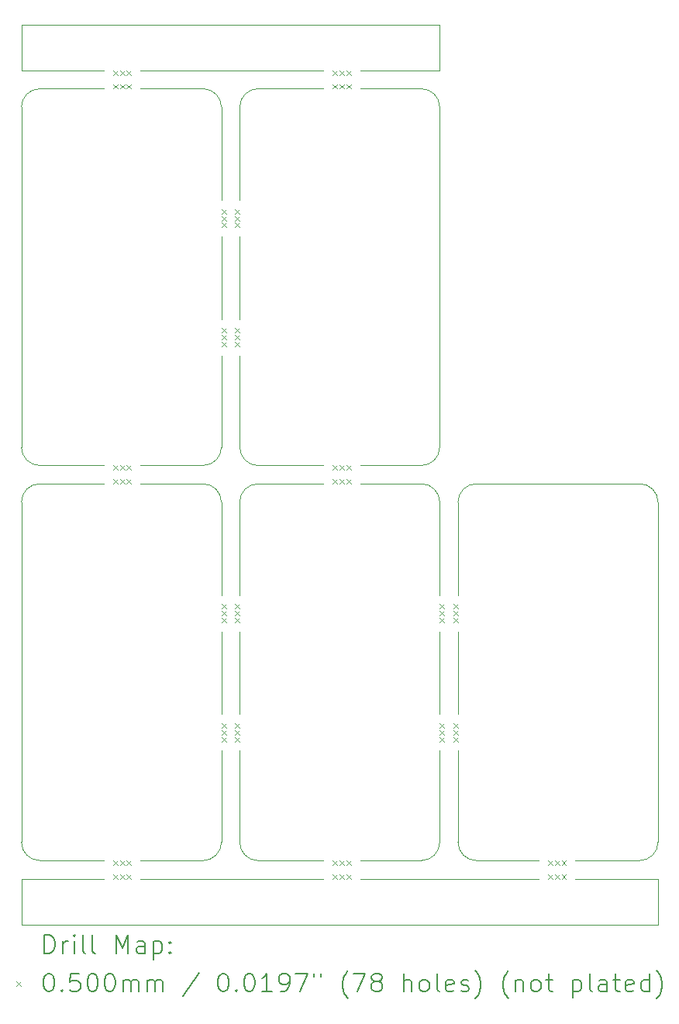
<source format=gbr>
%TF.GenerationSoftware,KiCad,Pcbnew,(6.0.8)*%
%TF.CreationDate,2023-03-28T10:40:52+02:00*%
%TF.ProjectId,Floppy Board v3.0,466c6f70-7079-4204-926f-617264207633,3.0*%
%TF.SameCoordinates,Original*%
%TF.FileFunction,Drillmap*%
%TF.FilePolarity,Positive*%
%FSLAX45Y45*%
G04 Gerber Fmt 4.5, Leading zero omitted, Abs format (unit mm)*
G04 Created by KiCad (PCBNEW (6.0.8)) date 2023-03-28 10:40:52*
%MOMM*%
%LPD*%
G01*
G04 APERTURE LIST*
%ADD10C,0.050000*%
%ADD11C,0.100000*%
%ADD12C,0.200000*%
G04 APERTURE END LIST*
D10*
X16104216Y-9600500D02*
X17888616Y-9600500D01*
X13519816Y-12515300D02*
X13519816Y-13515300D01*
X13319816Y-12515300D02*
X13319816Y-13515300D01*
X13519816Y-11215300D02*
X13519816Y-12115300D01*
X13319816Y-11215300D02*
X13319816Y-12115300D01*
X12035416Y-9600500D02*
X11335416Y-9600500D01*
X12035416Y-9400500D02*
X11335416Y-9400500D01*
X12435416Y-9400500D02*
X13119816Y-9400500D01*
X12435416Y-9600500D02*
X13119816Y-9600500D01*
X13319816Y-10815300D02*
X13319816Y-9800500D01*
X13519816Y-10815300D02*
X13519816Y-9800500D01*
X17185416Y-13915300D02*
X18088616Y-13915300D01*
X17185416Y-13715300D02*
X17888616Y-13715300D01*
X16785416Y-13715300D02*
X16104216Y-13715300D01*
X14435416Y-13715300D02*
X13719816Y-13715300D01*
X12435416Y-13715300D02*
X13119816Y-13715300D01*
X12035416Y-13715300D02*
X11335416Y-13715300D01*
X12035416Y-13915300D02*
X11135416Y-13915300D01*
X14435416Y-13915300D02*
X12435416Y-13915300D01*
X14835416Y-13915300D02*
X16785416Y-13915300D01*
X14835416Y-13715300D02*
X15504216Y-13715300D01*
X15904216Y-12515300D02*
X15904216Y-13515300D01*
X15704216Y-12515300D02*
X15704216Y-13515300D01*
X15704216Y-12115300D02*
X15704216Y-11215300D01*
X15904216Y-11215300D02*
X15904216Y-12115300D01*
X15904216Y-10815300D02*
X15904216Y-9800500D01*
X15704216Y-10815300D02*
X15704216Y-9800500D01*
X14835416Y-9400500D02*
X15504216Y-9400500D01*
X14835416Y-9600500D02*
X15504216Y-9600500D01*
X14435416Y-9600500D02*
X13719816Y-9600500D01*
X14435416Y-9400500D02*
X13719816Y-9400500D01*
X13519816Y-8200500D02*
X13519816Y-9200500D01*
X13319816Y-8200500D02*
X13319816Y-9200500D01*
X13319816Y-7800500D02*
X13319816Y-6900500D01*
X13519816Y-6900500D02*
X13519816Y-7800500D01*
X13519816Y-6500500D02*
X13519816Y-5485700D01*
X13319816Y-6500500D02*
X13319816Y-5485700D01*
X12035416Y-5285700D02*
X11335416Y-5285700D01*
X12435416Y-5285700D02*
X13119816Y-5285700D01*
X14435416Y-5285700D02*
X13719816Y-5285700D01*
X15504216Y-5285700D02*
X14835416Y-5285700D01*
X14835416Y-5085700D02*
X15704216Y-5085700D01*
X12435416Y-5085700D02*
X14435416Y-5085700D01*
X11135416Y-5085700D02*
X12035416Y-5085700D01*
X18088616Y-14415300D02*
X18088616Y-13915300D01*
X11135416Y-14415300D02*
X18088616Y-14415300D01*
X11135416Y-13915300D02*
X11135416Y-14415300D01*
X15704216Y-5085700D02*
X15704216Y-4585700D01*
X11135416Y-4585700D02*
X11135416Y-5085700D01*
X15704216Y-4585700D02*
X11135416Y-4585700D01*
D11*
X18088616Y-9800500D02*
X18088616Y-13515300D01*
X18088616Y-9800500D02*
G75*
G03*
X17888616Y-9600500I-200000J0D01*
G01*
X16104216Y-9600500D02*
G75*
G03*
X15904216Y-9800500I0J-200000D01*
G01*
X15904216Y-13515300D02*
G75*
G03*
X16104216Y-13715300I200000J0D01*
G01*
X17888616Y-13715300D02*
G75*
G03*
X18088616Y-13515300I0J200000D01*
G01*
X15704216Y-9800500D02*
G75*
G03*
X15504216Y-9600500I-200000J0D01*
G01*
X13719816Y-9600500D02*
G75*
G03*
X13519816Y-9800500I0J-200000D01*
G01*
X13519816Y-13515300D02*
G75*
G03*
X13719816Y-13715300I200000J0D01*
G01*
X15504216Y-13715300D02*
G75*
G03*
X15704216Y-13515300I0J200000D01*
G01*
X13319816Y-9800500D02*
G75*
G03*
X13119816Y-9600500I-200000J0D01*
G01*
X11135416Y-13515300D02*
X11135416Y-9800500D01*
X11335416Y-9600500D02*
G75*
G03*
X11135416Y-9800500I0J-200000D01*
G01*
X11135416Y-13515300D02*
G75*
G03*
X11335416Y-13715300I200000J0D01*
G01*
X13119816Y-13715300D02*
G75*
G03*
X13319816Y-13515300I0J200000D01*
G01*
X15704216Y-5485700D02*
X15704216Y-9200500D01*
X15704216Y-5485700D02*
G75*
G03*
X15504216Y-5285700I-200000J0D01*
G01*
X13719816Y-5285700D02*
G75*
G03*
X13519816Y-5485700I0J-200000D01*
G01*
X13519816Y-9200500D02*
G75*
G03*
X13719816Y-9400500I200000J0D01*
G01*
X15504216Y-9400500D02*
G75*
G03*
X15704216Y-9200500I0J200000D01*
G01*
X11135416Y-9200500D02*
X11135416Y-5485700D01*
X13119816Y-9400500D02*
G75*
G03*
X13319816Y-9200500I0J200000D01*
G01*
X11135416Y-9200500D02*
G75*
G03*
X11335416Y-9400500I200000J0D01*
G01*
X11335416Y-5285700D02*
G75*
G03*
X11135416Y-5485700I0J-200000D01*
G01*
X13319816Y-5485700D02*
G75*
G03*
X13119816Y-5285700I-200000J0D01*
G01*
D12*
D10*
X12135416Y-5085700D02*
X12185416Y-5135700D01*
X12185416Y-5085700D02*
X12135416Y-5135700D01*
X12135416Y-5235700D02*
X12185416Y-5285700D01*
X12185416Y-5235700D02*
X12135416Y-5285700D01*
X12135416Y-9400500D02*
X12185416Y-9450500D01*
X12185416Y-9400500D02*
X12135416Y-9450500D01*
X12135416Y-9550500D02*
X12185416Y-9600500D01*
X12185416Y-9550500D02*
X12135416Y-9600500D01*
X12135416Y-13715300D02*
X12185416Y-13765300D01*
X12185416Y-13715300D02*
X12135416Y-13765300D01*
X12135416Y-13865300D02*
X12185416Y-13915300D01*
X12185416Y-13865300D02*
X12135416Y-13915300D01*
X12210416Y-5085700D02*
X12260416Y-5135700D01*
X12260416Y-5085700D02*
X12210416Y-5135700D01*
X12210416Y-5235700D02*
X12260416Y-5285700D01*
X12260416Y-5235700D02*
X12210416Y-5285700D01*
X12210416Y-9400500D02*
X12260416Y-9450500D01*
X12260416Y-9400500D02*
X12210416Y-9450500D01*
X12210416Y-9550500D02*
X12260416Y-9600500D01*
X12260416Y-9550500D02*
X12210416Y-9600500D01*
X12210416Y-13715300D02*
X12260416Y-13765300D01*
X12260416Y-13715300D02*
X12210416Y-13765300D01*
X12210416Y-13865300D02*
X12260416Y-13915300D01*
X12260416Y-13865300D02*
X12210416Y-13915300D01*
X12285416Y-5085700D02*
X12335416Y-5135700D01*
X12335416Y-5085700D02*
X12285416Y-5135700D01*
X12285416Y-5235700D02*
X12335416Y-5285700D01*
X12335416Y-5235700D02*
X12285416Y-5285700D01*
X12285416Y-9400500D02*
X12335416Y-9450500D01*
X12335416Y-9400500D02*
X12285416Y-9450500D01*
X12285416Y-9550500D02*
X12335416Y-9600500D01*
X12335416Y-9550500D02*
X12285416Y-9600500D01*
X12285416Y-13715300D02*
X12335416Y-13765300D01*
X12335416Y-13715300D02*
X12285416Y-13765300D01*
X12285416Y-13865300D02*
X12335416Y-13915300D01*
X12335416Y-13865300D02*
X12285416Y-13915300D01*
X13319816Y-6600500D02*
X13369816Y-6650500D01*
X13369816Y-6600500D02*
X13319816Y-6650500D01*
X13319816Y-6675500D02*
X13369816Y-6725500D01*
X13369816Y-6675500D02*
X13319816Y-6725500D01*
X13319816Y-6750500D02*
X13369816Y-6800500D01*
X13369816Y-6750500D02*
X13319816Y-6800500D01*
X13319816Y-7900500D02*
X13369816Y-7950500D01*
X13369816Y-7900500D02*
X13319816Y-7950500D01*
X13319816Y-7975500D02*
X13369816Y-8025500D01*
X13369816Y-7975500D02*
X13319816Y-8025500D01*
X13319816Y-8050500D02*
X13369816Y-8100500D01*
X13369816Y-8050500D02*
X13319816Y-8100500D01*
X13319816Y-10915300D02*
X13369816Y-10965300D01*
X13369816Y-10915300D02*
X13319816Y-10965300D01*
X13319816Y-10990300D02*
X13369816Y-11040300D01*
X13369816Y-10990300D02*
X13319816Y-11040300D01*
X13319816Y-11065300D02*
X13369816Y-11115300D01*
X13369816Y-11065300D02*
X13319816Y-11115300D01*
X13319816Y-12215300D02*
X13369816Y-12265300D01*
X13369816Y-12215300D02*
X13319816Y-12265300D01*
X13319816Y-12290300D02*
X13369816Y-12340300D01*
X13369816Y-12290300D02*
X13319816Y-12340300D01*
X13319816Y-12365300D02*
X13369816Y-12415300D01*
X13369816Y-12365300D02*
X13319816Y-12415300D01*
X13469816Y-6600500D02*
X13519816Y-6650500D01*
X13519816Y-6600500D02*
X13469816Y-6650500D01*
X13469816Y-6675500D02*
X13519816Y-6725500D01*
X13519816Y-6675500D02*
X13469816Y-6725500D01*
X13469816Y-6750500D02*
X13519816Y-6800500D01*
X13519816Y-6750500D02*
X13469816Y-6800500D01*
X13469816Y-7900500D02*
X13519816Y-7950500D01*
X13519816Y-7900500D02*
X13469816Y-7950500D01*
X13469816Y-7975500D02*
X13519816Y-8025500D01*
X13519816Y-7975500D02*
X13469816Y-8025500D01*
X13469816Y-8050500D02*
X13519816Y-8100500D01*
X13519816Y-8050500D02*
X13469816Y-8100500D01*
X13469816Y-10915300D02*
X13519816Y-10965300D01*
X13519816Y-10915300D02*
X13469816Y-10965300D01*
X13469816Y-10990300D02*
X13519816Y-11040300D01*
X13519816Y-10990300D02*
X13469816Y-11040300D01*
X13469816Y-11065300D02*
X13519816Y-11115300D01*
X13519816Y-11065300D02*
X13469816Y-11115300D01*
X13469816Y-12215300D02*
X13519816Y-12265300D01*
X13519816Y-12215300D02*
X13469816Y-12265300D01*
X13469816Y-12290300D02*
X13519816Y-12340300D01*
X13519816Y-12290300D02*
X13469816Y-12340300D01*
X13469816Y-12365300D02*
X13519816Y-12415300D01*
X13519816Y-12365300D02*
X13469816Y-12415300D01*
X14535416Y-5085700D02*
X14585416Y-5135700D01*
X14585416Y-5085700D02*
X14535416Y-5135700D01*
X14535416Y-5235700D02*
X14585416Y-5285700D01*
X14585416Y-5235700D02*
X14535416Y-5285700D01*
X14535416Y-9400500D02*
X14585416Y-9450500D01*
X14585416Y-9400500D02*
X14535416Y-9450500D01*
X14535416Y-9550500D02*
X14585416Y-9600500D01*
X14585416Y-9550500D02*
X14535416Y-9600500D01*
X14535416Y-13715300D02*
X14585416Y-13765300D01*
X14585416Y-13715300D02*
X14535416Y-13765300D01*
X14535416Y-13865300D02*
X14585416Y-13915300D01*
X14585416Y-13865300D02*
X14535416Y-13915300D01*
X14610416Y-5085700D02*
X14660416Y-5135700D01*
X14660416Y-5085700D02*
X14610416Y-5135700D01*
X14610416Y-5235700D02*
X14660416Y-5285700D01*
X14660416Y-5235700D02*
X14610416Y-5285700D01*
X14610416Y-9400500D02*
X14660416Y-9450500D01*
X14660416Y-9400500D02*
X14610416Y-9450500D01*
X14610416Y-9550500D02*
X14660416Y-9600500D01*
X14660416Y-9550500D02*
X14610416Y-9600500D01*
X14610416Y-13715300D02*
X14660416Y-13765300D01*
X14660416Y-13715300D02*
X14610416Y-13765300D01*
X14610416Y-13865300D02*
X14660416Y-13915300D01*
X14660416Y-13865300D02*
X14610416Y-13915300D01*
X14685416Y-5085700D02*
X14735416Y-5135700D01*
X14735416Y-5085700D02*
X14685416Y-5135700D01*
X14685416Y-5235700D02*
X14735416Y-5285700D01*
X14735416Y-5235700D02*
X14685416Y-5285700D01*
X14685416Y-9400500D02*
X14735416Y-9450500D01*
X14735416Y-9400500D02*
X14685416Y-9450500D01*
X14685416Y-9550500D02*
X14735416Y-9600500D01*
X14735416Y-9550500D02*
X14685416Y-9600500D01*
X14685416Y-13715300D02*
X14735416Y-13765300D01*
X14735416Y-13715300D02*
X14685416Y-13765300D01*
X14685416Y-13865300D02*
X14735416Y-13915300D01*
X14735416Y-13865300D02*
X14685416Y-13915300D01*
X15704216Y-10915300D02*
X15754216Y-10965300D01*
X15754216Y-10915300D02*
X15704216Y-10965300D01*
X15704216Y-10990300D02*
X15754216Y-11040300D01*
X15754216Y-10990300D02*
X15704216Y-11040300D01*
X15704216Y-11065300D02*
X15754216Y-11115300D01*
X15754216Y-11065300D02*
X15704216Y-11115300D01*
X15704216Y-12215300D02*
X15754216Y-12265300D01*
X15754216Y-12215300D02*
X15704216Y-12265300D01*
X15704216Y-12290300D02*
X15754216Y-12340300D01*
X15754216Y-12290300D02*
X15704216Y-12340300D01*
X15704216Y-12365300D02*
X15754216Y-12415300D01*
X15754216Y-12365300D02*
X15704216Y-12415300D01*
X15854216Y-10915300D02*
X15904216Y-10965300D01*
X15904216Y-10915300D02*
X15854216Y-10965300D01*
X15854216Y-10990300D02*
X15904216Y-11040300D01*
X15904216Y-10990300D02*
X15854216Y-11040300D01*
X15854216Y-11065300D02*
X15904216Y-11115300D01*
X15904216Y-11065300D02*
X15854216Y-11115300D01*
X15854216Y-12215300D02*
X15904216Y-12265300D01*
X15904216Y-12215300D02*
X15854216Y-12265300D01*
X15854216Y-12290300D02*
X15904216Y-12340300D01*
X15904216Y-12290300D02*
X15854216Y-12340300D01*
X15854216Y-12365300D02*
X15904216Y-12415300D01*
X15904216Y-12365300D02*
X15854216Y-12415300D01*
X16885416Y-13715300D02*
X16935416Y-13765300D01*
X16935416Y-13715300D02*
X16885416Y-13765300D01*
X16885416Y-13865300D02*
X16935416Y-13915300D01*
X16935416Y-13865300D02*
X16885416Y-13915300D01*
X16960416Y-13715300D02*
X17010416Y-13765300D01*
X17010416Y-13715300D02*
X16960416Y-13765300D01*
X16960416Y-13865300D02*
X17010416Y-13915300D01*
X17010416Y-13865300D02*
X16960416Y-13915300D01*
X17035416Y-13715300D02*
X17085416Y-13765300D01*
X17085416Y-13715300D02*
X17035416Y-13765300D01*
X17035416Y-13865300D02*
X17085416Y-13915300D01*
X17085416Y-13865300D02*
X17035416Y-13915300D01*
D12*
X11388035Y-14728276D02*
X11388035Y-14528276D01*
X11435654Y-14528276D01*
X11464225Y-14537800D01*
X11483273Y-14556848D01*
X11492797Y-14575895D01*
X11502321Y-14613990D01*
X11502321Y-14642562D01*
X11492797Y-14680657D01*
X11483273Y-14699705D01*
X11464225Y-14718752D01*
X11435654Y-14728276D01*
X11388035Y-14728276D01*
X11588035Y-14728276D02*
X11588035Y-14594943D01*
X11588035Y-14633038D02*
X11597559Y-14613990D01*
X11607082Y-14604467D01*
X11626130Y-14594943D01*
X11645178Y-14594943D01*
X11711844Y-14728276D02*
X11711844Y-14594943D01*
X11711844Y-14528276D02*
X11702321Y-14537800D01*
X11711844Y-14547324D01*
X11721368Y-14537800D01*
X11711844Y-14528276D01*
X11711844Y-14547324D01*
X11835654Y-14728276D02*
X11816606Y-14718752D01*
X11807082Y-14699705D01*
X11807082Y-14528276D01*
X11940416Y-14728276D02*
X11921368Y-14718752D01*
X11911844Y-14699705D01*
X11911844Y-14528276D01*
X12168987Y-14728276D02*
X12168987Y-14528276D01*
X12235654Y-14671133D01*
X12302321Y-14528276D01*
X12302321Y-14728276D01*
X12483273Y-14728276D02*
X12483273Y-14623514D01*
X12473749Y-14604467D01*
X12454702Y-14594943D01*
X12416606Y-14594943D01*
X12397559Y-14604467D01*
X12483273Y-14718752D02*
X12464225Y-14728276D01*
X12416606Y-14728276D01*
X12397559Y-14718752D01*
X12388035Y-14699705D01*
X12388035Y-14680657D01*
X12397559Y-14661609D01*
X12416606Y-14652086D01*
X12464225Y-14652086D01*
X12483273Y-14642562D01*
X12578511Y-14594943D02*
X12578511Y-14794943D01*
X12578511Y-14604467D02*
X12597559Y-14594943D01*
X12635654Y-14594943D01*
X12654702Y-14604467D01*
X12664225Y-14613990D01*
X12673749Y-14633038D01*
X12673749Y-14690181D01*
X12664225Y-14709228D01*
X12654702Y-14718752D01*
X12635654Y-14728276D01*
X12597559Y-14728276D01*
X12578511Y-14718752D01*
X12759463Y-14709228D02*
X12768987Y-14718752D01*
X12759463Y-14728276D01*
X12749940Y-14718752D01*
X12759463Y-14709228D01*
X12759463Y-14728276D01*
X12759463Y-14604467D02*
X12768987Y-14613990D01*
X12759463Y-14623514D01*
X12749940Y-14613990D01*
X12759463Y-14604467D01*
X12759463Y-14623514D01*
D10*
X11080416Y-15032800D02*
X11130416Y-15082800D01*
X11130416Y-15032800D02*
X11080416Y-15082800D01*
D12*
X11426130Y-14948276D02*
X11445178Y-14948276D01*
X11464225Y-14957800D01*
X11473749Y-14967324D01*
X11483273Y-14986371D01*
X11492797Y-15024467D01*
X11492797Y-15072086D01*
X11483273Y-15110181D01*
X11473749Y-15129228D01*
X11464225Y-15138752D01*
X11445178Y-15148276D01*
X11426130Y-15148276D01*
X11407082Y-15138752D01*
X11397559Y-15129228D01*
X11388035Y-15110181D01*
X11378511Y-15072086D01*
X11378511Y-15024467D01*
X11388035Y-14986371D01*
X11397559Y-14967324D01*
X11407082Y-14957800D01*
X11426130Y-14948276D01*
X11578511Y-15129228D02*
X11588035Y-15138752D01*
X11578511Y-15148276D01*
X11568987Y-15138752D01*
X11578511Y-15129228D01*
X11578511Y-15148276D01*
X11768987Y-14948276D02*
X11673749Y-14948276D01*
X11664225Y-15043514D01*
X11673749Y-15033990D01*
X11692797Y-15024467D01*
X11740416Y-15024467D01*
X11759463Y-15033990D01*
X11768987Y-15043514D01*
X11778511Y-15062562D01*
X11778511Y-15110181D01*
X11768987Y-15129228D01*
X11759463Y-15138752D01*
X11740416Y-15148276D01*
X11692797Y-15148276D01*
X11673749Y-15138752D01*
X11664225Y-15129228D01*
X11902321Y-14948276D02*
X11921368Y-14948276D01*
X11940416Y-14957800D01*
X11949940Y-14967324D01*
X11959463Y-14986371D01*
X11968987Y-15024467D01*
X11968987Y-15072086D01*
X11959463Y-15110181D01*
X11949940Y-15129228D01*
X11940416Y-15138752D01*
X11921368Y-15148276D01*
X11902321Y-15148276D01*
X11883273Y-15138752D01*
X11873749Y-15129228D01*
X11864225Y-15110181D01*
X11854702Y-15072086D01*
X11854702Y-15024467D01*
X11864225Y-14986371D01*
X11873749Y-14967324D01*
X11883273Y-14957800D01*
X11902321Y-14948276D01*
X12092797Y-14948276D02*
X12111844Y-14948276D01*
X12130892Y-14957800D01*
X12140416Y-14967324D01*
X12149940Y-14986371D01*
X12159463Y-15024467D01*
X12159463Y-15072086D01*
X12149940Y-15110181D01*
X12140416Y-15129228D01*
X12130892Y-15138752D01*
X12111844Y-15148276D01*
X12092797Y-15148276D01*
X12073749Y-15138752D01*
X12064225Y-15129228D01*
X12054702Y-15110181D01*
X12045178Y-15072086D01*
X12045178Y-15024467D01*
X12054702Y-14986371D01*
X12064225Y-14967324D01*
X12073749Y-14957800D01*
X12092797Y-14948276D01*
X12245178Y-15148276D02*
X12245178Y-15014943D01*
X12245178Y-15033990D02*
X12254702Y-15024467D01*
X12273749Y-15014943D01*
X12302321Y-15014943D01*
X12321368Y-15024467D01*
X12330892Y-15043514D01*
X12330892Y-15148276D01*
X12330892Y-15043514D02*
X12340416Y-15024467D01*
X12359463Y-15014943D01*
X12388035Y-15014943D01*
X12407082Y-15024467D01*
X12416606Y-15043514D01*
X12416606Y-15148276D01*
X12511844Y-15148276D02*
X12511844Y-15014943D01*
X12511844Y-15033990D02*
X12521368Y-15024467D01*
X12540416Y-15014943D01*
X12568987Y-15014943D01*
X12588035Y-15024467D01*
X12597559Y-15043514D01*
X12597559Y-15148276D01*
X12597559Y-15043514D02*
X12607082Y-15024467D01*
X12626130Y-15014943D01*
X12654702Y-15014943D01*
X12673749Y-15024467D01*
X12683273Y-15043514D01*
X12683273Y-15148276D01*
X13073749Y-14938752D02*
X12902321Y-15195895D01*
X13330892Y-14948276D02*
X13349940Y-14948276D01*
X13368987Y-14957800D01*
X13378511Y-14967324D01*
X13388035Y-14986371D01*
X13397559Y-15024467D01*
X13397559Y-15072086D01*
X13388035Y-15110181D01*
X13378511Y-15129228D01*
X13368987Y-15138752D01*
X13349940Y-15148276D01*
X13330892Y-15148276D01*
X13311844Y-15138752D01*
X13302321Y-15129228D01*
X13292797Y-15110181D01*
X13283273Y-15072086D01*
X13283273Y-15024467D01*
X13292797Y-14986371D01*
X13302321Y-14967324D01*
X13311844Y-14957800D01*
X13330892Y-14948276D01*
X13483273Y-15129228D02*
X13492797Y-15138752D01*
X13483273Y-15148276D01*
X13473749Y-15138752D01*
X13483273Y-15129228D01*
X13483273Y-15148276D01*
X13616606Y-14948276D02*
X13635654Y-14948276D01*
X13654702Y-14957800D01*
X13664225Y-14967324D01*
X13673749Y-14986371D01*
X13683273Y-15024467D01*
X13683273Y-15072086D01*
X13673749Y-15110181D01*
X13664225Y-15129228D01*
X13654702Y-15138752D01*
X13635654Y-15148276D01*
X13616606Y-15148276D01*
X13597559Y-15138752D01*
X13588035Y-15129228D01*
X13578511Y-15110181D01*
X13568987Y-15072086D01*
X13568987Y-15024467D01*
X13578511Y-14986371D01*
X13588035Y-14967324D01*
X13597559Y-14957800D01*
X13616606Y-14948276D01*
X13873749Y-15148276D02*
X13759463Y-15148276D01*
X13816606Y-15148276D02*
X13816606Y-14948276D01*
X13797559Y-14976848D01*
X13778511Y-14995895D01*
X13759463Y-15005419D01*
X13968987Y-15148276D02*
X14007082Y-15148276D01*
X14026130Y-15138752D01*
X14035654Y-15129228D01*
X14054702Y-15100657D01*
X14064225Y-15062562D01*
X14064225Y-14986371D01*
X14054702Y-14967324D01*
X14045178Y-14957800D01*
X14026130Y-14948276D01*
X13988035Y-14948276D01*
X13968987Y-14957800D01*
X13959463Y-14967324D01*
X13949940Y-14986371D01*
X13949940Y-15033990D01*
X13959463Y-15053038D01*
X13968987Y-15062562D01*
X13988035Y-15072086D01*
X14026130Y-15072086D01*
X14045178Y-15062562D01*
X14054702Y-15053038D01*
X14064225Y-15033990D01*
X14130892Y-14948276D02*
X14264225Y-14948276D01*
X14178511Y-15148276D01*
X14330892Y-14948276D02*
X14330892Y-14986371D01*
X14407082Y-14948276D02*
X14407082Y-14986371D01*
X14702321Y-15224467D02*
X14692797Y-15214943D01*
X14673749Y-15186371D01*
X14664225Y-15167324D01*
X14654702Y-15138752D01*
X14645178Y-15091133D01*
X14645178Y-15053038D01*
X14654702Y-15005419D01*
X14664225Y-14976848D01*
X14673749Y-14957800D01*
X14692797Y-14929228D01*
X14702321Y-14919705D01*
X14759463Y-14948276D02*
X14892797Y-14948276D01*
X14807082Y-15148276D01*
X14997559Y-15033990D02*
X14978511Y-15024467D01*
X14968987Y-15014943D01*
X14959463Y-14995895D01*
X14959463Y-14986371D01*
X14968987Y-14967324D01*
X14978511Y-14957800D01*
X14997559Y-14948276D01*
X15035654Y-14948276D01*
X15054702Y-14957800D01*
X15064225Y-14967324D01*
X15073749Y-14986371D01*
X15073749Y-14995895D01*
X15064225Y-15014943D01*
X15054702Y-15024467D01*
X15035654Y-15033990D01*
X14997559Y-15033990D01*
X14978511Y-15043514D01*
X14968987Y-15053038D01*
X14959463Y-15072086D01*
X14959463Y-15110181D01*
X14968987Y-15129228D01*
X14978511Y-15138752D01*
X14997559Y-15148276D01*
X15035654Y-15148276D01*
X15054702Y-15138752D01*
X15064225Y-15129228D01*
X15073749Y-15110181D01*
X15073749Y-15072086D01*
X15064225Y-15053038D01*
X15054702Y-15043514D01*
X15035654Y-15033990D01*
X15311844Y-15148276D02*
X15311844Y-14948276D01*
X15397559Y-15148276D02*
X15397559Y-15043514D01*
X15388035Y-15024467D01*
X15368987Y-15014943D01*
X15340416Y-15014943D01*
X15321368Y-15024467D01*
X15311844Y-15033990D01*
X15521368Y-15148276D02*
X15502321Y-15138752D01*
X15492797Y-15129228D01*
X15483273Y-15110181D01*
X15483273Y-15053038D01*
X15492797Y-15033990D01*
X15502321Y-15024467D01*
X15521368Y-15014943D01*
X15549940Y-15014943D01*
X15568987Y-15024467D01*
X15578511Y-15033990D01*
X15588035Y-15053038D01*
X15588035Y-15110181D01*
X15578511Y-15129228D01*
X15568987Y-15138752D01*
X15549940Y-15148276D01*
X15521368Y-15148276D01*
X15702321Y-15148276D02*
X15683273Y-15138752D01*
X15673749Y-15119705D01*
X15673749Y-14948276D01*
X15854702Y-15138752D02*
X15835654Y-15148276D01*
X15797559Y-15148276D01*
X15778511Y-15138752D01*
X15768987Y-15119705D01*
X15768987Y-15043514D01*
X15778511Y-15024467D01*
X15797559Y-15014943D01*
X15835654Y-15014943D01*
X15854702Y-15024467D01*
X15864225Y-15043514D01*
X15864225Y-15062562D01*
X15768987Y-15081609D01*
X15940416Y-15138752D02*
X15959463Y-15148276D01*
X15997559Y-15148276D01*
X16016606Y-15138752D01*
X16026130Y-15119705D01*
X16026130Y-15110181D01*
X16016606Y-15091133D01*
X15997559Y-15081609D01*
X15968987Y-15081609D01*
X15949940Y-15072086D01*
X15940416Y-15053038D01*
X15940416Y-15043514D01*
X15949940Y-15024467D01*
X15968987Y-15014943D01*
X15997559Y-15014943D01*
X16016606Y-15024467D01*
X16092797Y-15224467D02*
X16102321Y-15214943D01*
X16121368Y-15186371D01*
X16130892Y-15167324D01*
X16140416Y-15138752D01*
X16149940Y-15091133D01*
X16149940Y-15053038D01*
X16140416Y-15005419D01*
X16130892Y-14976848D01*
X16121368Y-14957800D01*
X16102321Y-14929228D01*
X16092797Y-14919705D01*
X16454702Y-15224467D02*
X16445178Y-15214943D01*
X16426130Y-15186371D01*
X16416606Y-15167324D01*
X16407082Y-15138752D01*
X16397559Y-15091133D01*
X16397559Y-15053038D01*
X16407082Y-15005419D01*
X16416606Y-14976848D01*
X16426130Y-14957800D01*
X16445178Y-14929228D01*
X16454702Y-14919705D01*
X16530892Y-15014943D02*
X16530892Y-15148276D01*
X16530892Y-15033990D02*
X16540416Y-15024467D01*
X16559463Y-15014943D01*
X16588035Y-15014943D01*
X16607082Y-15024467D01*
X16616606Y-15043514D01*
X16616606Y-15148276D01*
X16740416Y-15148276D02*
X16721368Y-15138752D01*
X16711844Y-15129228D01*
X16702321Y-15110181D01*
X16702321Y-15053038D01*
X16711844Y-15033990D01*
X16721368Y-15024467D01*
X16740416Y-15014943D01*
X16768987Y-15014943D01*
X16788035Y-15024467D01*
X16797559Y-15033990D01*
X16807083Y-15053038D01*
X16807083Y-15110181D01*
X16797559Y-15129228D01*
X16788035Y-15138752D01*
X16768987Y-15148276D01*
X16740416Y-15148276D01*
X16864225Y-15014943D02*
X16940416Y-15014943D01*
X16892797Y-14948276D02*
X16892797Y-15119705D01*
X16902321Y-15138752D01*
X16921368Y-15148276D01*
X16940416Y-15148276D01*
X17159464Y-15014943D02*
X17159464Y-15214943D01*
X17159464Y-15024467D02*
X17178511Y-15014943D01*
X17216606Y-15014943D01*
X17235654Y-15024467D01*
X17245178Y-15033990D01*
X17254702Y-15053038D01*
X17254702Y-15110181D01*
X17245178Y-15129228D01*
X17235654Y-15138752D01*
X17216606Y-15148276D01*
X17178511Y-15148276D01*
X17159464Y-15138752D01*
X17368987Y-15148276D02*
X17349940Y-15138752D01*
X17340416Y-15119705D01*
X17340416Y-14948276D01*
X17530892Y-15148276D02*
X17530892Y-15043514D01*
X17521368Y-15024467D01*
X17502321Y-15014943D01*
X17464225Y-15014943D01*
X17445178Y-15024467D01*
X17530892Y-15138752D02*
X17511844Y-15148276D01*
X17464225Y-15148276D01*
X17445178Y-15138752D01*
X17435654Y-15119705D01*
X17435654Y-15100657D01*
X17445178Y-15081609D01*
X17464225Y-15072086D01*
X17511844Y-15072086D01*
X17530892Y-15062562D01*
X17597559Y-15014943D02*
X17673749Y-15014943D01*
X17626130Y-14948276D02*
X17626130Y-15119705D01*
X17635654Y-15138752D01*
X17654702Y-15148276D01*
X17673749Y-15148276D01*
X17816606Y-15138752D02*
X17797559Y-15148276D01*
X17759464Y-15148276D01*
X17740416Y-15138752D01*
X17730892Y-15119705D01*
X17730892Y-15043514D01*
X17740416Y-15024467D01*
X17759464Y-15014943D01*
X17797559Y-15014943D01*
X17816606Y-15024467D01*
X17826130Y-15043514D01*
X17826130Y-15062562D01*
X17730892Y-15081609D01*
X17997559Y-15148276D02*
X17997559Y-14948276D01*
X17997559Y-15138752D02*
X17978511Y-15148276D01*
X17940416Y-15148276D01*
X17921368Y-15138752D01*
X17911844Y-15129228D01*
X17902321Y-15110181D01*
X17902321Y-15053038D01*
X17911844Y-15033990D01*
X17921368Y-15024467D01*
X17940416Y-15014943D01*
X17978511Y-15014943D01*
X17997559Y-15024467D01*
X18073749Y-15224467D02*
X18083273Y-15214943D01*
X18102321Y-15186371D01*
X18111844Y-15167324D01*
X18121368Y-15138752D01*
X18130892Y-15091133D01*
X18130892Y-15053038D01*
X18121368Y-15005419D01*
X18111844Y-14976848D01*
X18102321Y-14957800D01*
X18083273Y-14929228D01*
X18073749Y-14919705D01*
M02*

</source>
